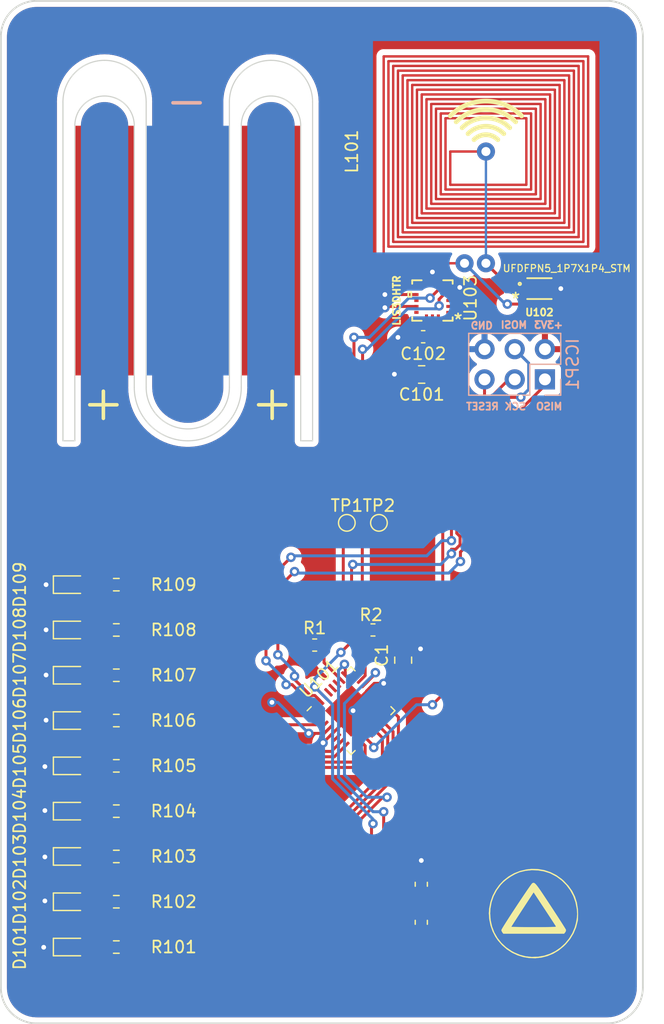
<source format=kicad_pcb>
(kicad_pcb (version 20210722) (generator pcbnew)
  (layers (0 "F.Cu" signal) (31 "B.Cu" signal) (34 "B.Paste" user) (35 "F.Paste" user) (36 "B.SilkS" user "B.Silkscreen") (37 "F.SilkS" user "F.Silkscreen") (38 "B.Mask" user) (39 "F.Mask" user) (44 "Edge.Cuts" user))
  (net 0 "")
  (net 1 "Net-(D101-Pad2)")
  (net 2 "GND")
  (net 3 "/LED_1")
  (net 4 "/LED_2")
  (net 5 "/LED_3")
  (net 6 "/LED_4")
  (net 7 "/LED_5")
  (net 8 "/LED_6")
  (net 9 "/LED_7")
  (net 10 "/LED_8")
  (net 11 "/SCK")
  (net 12 "/RESET")
  (net 13 "+3V3")
  (net 14 "/MOSI")
  (net 15 "/MISO")
  (net 16 "/SDA")
  (net 17 "/SCL")
  (net 18 "/LED_0")
  (net 19 "/TOUCH_RECEIVE")
  (net 20 "Net-(D102-Pad2)")
  (net 21 "Net-(D103-Pad2)")
  (net 22 "Net-(D104-Pad2)")
  (net 23 "Net-(D105-Pad2)")
  (net 24 "Net-(D106-Pad2)")
  (net 25 "Net-(D107-Pad2)")
  (net 26 "Net-(D108-Pad2)")
  (net 27 "Net-(D109-Pad2)")
  (net 41 "Net-(L101-Pad2)")
  (net 50 "Net-(L101-Pad1)")
  (footprint "CustomFootprints:CR2016VP" (layer "F.Cu") (at 200.32 73.5 90)
    (fp_text reference "BT1")
    (fp_text value "CR-2016")
  )
  (footprint "Capacitor_SMD:C_0805_2012Metric" (layer "F.Cu") (at 218.44 107.95 90)
    (fp_text reference "C1")
    (fp_text value "10uF")
  )
  (footprint "Resistor_SMD:R_0603_1608Metric" (layer "F.Cu") (at 219.964 130 -90)
    (fp_text reference "R3" hide)
    (fp_text value "976k")
  )
  (footprint "Resistor_SMD:R_0603_1608Metric" (layer "F.Cu") (at 210.995761 106.68)
    (fp_text reference "R1")
    (fp_text value "10k")
  )
  (footprint "Resistor_SMD:R_0603_1608Metric" (layer "F.Cu") (at 215.9 105.41 180)
    (fp_text reference "R2")
    (fp_text value "10k")
  )
  (footprint "CustomFootprints:CAP_TOUCH" (layer "F.Cu") (at 229.4 129.2625)
    (fp_text reference "BTN1")
    (fp_text value "Cap Sense")
  )
  (footprint "CustomFootprints:button_v1" (layer "F.Cu") (at 229.4 129.2625 90)
    (fp_text reference "")
    (fp_text value "")
  )
  (footprint "Capacitor_SMD:C_0603_1608Metric" (layer "F.Cu") (at 219.964 126.8 90)
    (fp_text reference "C2" hide)
    (fp_text value "22pf")
  )
  (footprint "TestPoint:TestPoint_Pad_D1.0mm" (layer "F.Cu") (at 213.7 96.4)
    (fp_text reference "TP1")
    (fp_text value "TestPoint")
  )
  (footprint "TestPoint:TestPoint_Pad_D1.0mm" (layer "F.Cu") (at 216.4 96.4)
    (fp_text reference "TP2")
    (fp_text value "TestPoint")
  )
  (footprint "LED_SMD:LED_0603_1608Metric" (layer "F.Cu") (at 190.5 113.03)
    (fp_text reference "D106")
    (fp_text value "LED")
  )
  (footprint "CustomFootprints:ST25TA02KB-DC6H5" (layer "F.Cu") (at 229.9 76.7)
    (fp_text reference "U102")
    (fp_text value "UFDFPN5_1P7X1P4_STM")
  )
  (footprint "LED_SMD:LED_0603_1608Metric" (layer "F.Cu") (at 190.5 116.84)
    (fp_text reference "D105")
    (fp_text value "LED")
  )
  (footprint "Resistor_SMD:R_0603_1608Metric" (layer "F.Cu") (at 194.31 132.08 180)
    (fp_text reference "R101")
    (fp_text value "240R")
  )
  (footprint "LED_SMD:LED_0603_1608Metric" (layer "F.Cu") (at 190.5 124.46)
    (fp_text reference "D103")
    (fp_text value "LED")
  )
  (footprint "Resistor_SMD:R_0603_1608Metric" (layer "F.Cu") (at 194.31 109.22 180)
    (fp_text reference "R107")
    (fp_text value "240R")
  )
  (footprint "LED_SMD:LED_0603_1608Metric" (layer "F.Cu") (at 190.5 101.6)
    (fp_text reference "D109")
    (fp_text value "LED")
  )
  (footprint "Capacitor_SMD:C_0805_2012Metric" (layer "F.Cu") (at 219.995 83.923 180)
    (fp_text reference "C101")
    (fp_text value "10uF")
  )
  (footprint "Capacitor_SMD:C_0603_1608Metric" (layer "F.Cu") (at 220.122 80.748 180)
    (fp_text reference "C102")
    (fp_text value "100nF")
  )
  (footprint "LED_SMD:LED_0603_1608Metric" (layer "F.Cu") (at 190.5 120.65)
    (fp_text reference "D104")
    (fp_text value "LED")
  )
  (footprint "Resistor_SMD:R_0603_1608Metric" (layer "F.Cu") (at 194.31 116.84 180)
    (fp_text reference "R105")
    (fp_text value "240R")
  )
  (footprint "Resistor_SMD:R_0603_1608Metric" (layer "F.Cu") (at 194.31 101.6 180)
    (fp_text reference "R109")
    (fp_text value "240R")
  )
  (footprint "LED_SMD:LED_0603_1608Metric" (layer "F.Cu") (at 190.5 128.27)
    (fp_text reference "D102")
    (fp_text value "LED")
  )
  (footprint "LED_SMD:LED_0603_1608Metric" (layer "F.Cu") (at 190.5 109.22)
    (fp_text reference "D107")
    (fp_text value "LED")
  )
  (footprint "LED_SMD:LED_0603_1608Metric" (layer "F.Cu") (at 190.5 132.08)
    (fp_text reference "D101")
    (fp_text value "LED")
  )
  (footprint "CustomFootprints:Trace_Inductor_2_75uH" (layer "F.Cu") (at 225.4 65.169 90)
    (fp_text reference "L101")
    (fp_text value "2.75uH")
  )
  (footprint "Package_DFN_QFN:QFN-32-1EP_5x5mm_P0.5mm_EP3.1x3.1mm" (layer "F.Cu") (at 214.05664 112.2 45)
    (fp_text reference "U101")
    (fp_text value "ATtiny861A-M")
  )
  (footprint "Resistor_SMD:R_0603_1608Metric" (layer "F.Cu") (at 194.31 124.46 180)
    (fp_text reference "R103")
    (fp_text value "240R")
  )
  (footprint "Resistor_SMD:R_0603_1608Metric" (layer "F.Cu") (at 194.31 120.65 180)
    (fp_text reference "R104")
    (fp_text value "240R")
  )
  (footprint "Resistor_SMD:R_0603_1608Metric" (layer "F.Cu") (at 194.31 128.27 180)
    (fp_text reference "R102")
    (fp_text value "240R")
  )
  (footprint "LED_SMD:LED_0603_1608Metric" (layer "F.Cu") (at 190.5 105.41)
    (fp_text reference "D108")
    (fp_text value "LED")
  )
  (footprint "Resistor_SMD:R_0603_1608Metric" (layer "F.Cu") (at 194.31 113.03 180)
    (fp_text reference "R106")
    (fp_text value "240R")
  )
  (footprint "Resistor_SMD:R_0603_1608Metric" (layer "F.Cu") (at 194.31 105.41 180)
    (fp_text reference "R108")
    (fp_text value "240R")
  )
  (footprint "CustomFootprints:LIS3DHTR" (layer "F.Cu") (at 220.9 77.7 180)
    (fp_text reference "U103")
    (fp_text value "LIS3DHTR")
  )
  (footprint "Connector_PinHeader_2.54mm:PinHeader_2x03_P2.54mm_Vertical" (layer "B.Cu") (at 230.363 84.333 90)
    (fp_text reference "ICSP1")
    (fp_text value "ICSP")
  )
  (gr_arc (start 187.6 55.5) (end 184.6 55.5) (angle 90) (layer "Edge.Cuts") (width 0.15))
  (gr_arc (start 193.32 61) (end 196.82 61) (angle -90) (layer "Edge.Cuts") (width 0.1))
  (gr_arc (start 193.32 63) (end 195.82 63) (angle -180) (layer "Edge.Cuts") (width 0.1))
  (gr_line (start 195.82 85) (end 195.82 63) (layer "Edge.Cuts") (width 0.1))
  (gr_line (start 235.6 52.5) (end 187.6 52.5) (layer "Edge.Cuts") (width 0.15))
  (gr_line (start 196.82 61) (end 196.82 85) (layer "Edge.Cuts") (width 0.1))
  (gr_line (start 184.6 55.5) (end 184.6 135.5) (layer "Edge.Cuts") (width 0.15))
  (gr_line (start 189.82 89.5) (end 189.82 61) (layer "Edge.Cuts") (width 0.1))
  (gr_arc (start 207.32 61) (end 210.82 61) (angle -90) (layer "Edge.Cuts") (width 0.1))
  (gr_arc (start 200.32 85) (end 200.32 89.5) (angle -90) (layer "Edge.Cuts") (width 0.1))
  (gr_line (start 238.6 135.5) (end 238.6 55.5) (layer "Edge.Cuts") (width 0.15))
  (gr_line (start 187.6 138.5) (end 235.6 138.5) (layer "Edge.Cuts") (width 0.15))
  (gr_arc (start 200.32 85) (end 196.82 85) (angle -180) (layer "Edge.Cuts") (width 0.1))
  (gr_line (start 204.82 85) (end 204.82 63) (layer "Edge.Cuts") (width 0.1))
  (gr_line (start 210.82 89.5) (end 210.82 61) (layer "Edge.Cuts") (width 0.1))
  (gr_line (start 203.82 61) (end 203.82 85) (layer "Edge.Cuts") (width 0.1))
  (gr_line (start 209.82 89.5) (end 210.82 89.5) (layer "Edge.Cuts") (width 0.1))
  (gr_arc (start 187.6 135.5) (end 187.6 138.5) (angle 90) (layer "Edge.Cuts") (width 0.15))
  (gr_arc (start 193.32 61) (end 193.32 57.5) (angle -90) (layer "Edge.Cuts") (width 0.1))
  (gr_arc (start 207.32 61) (end 207.32 57.5) (angle -90) (layer "Edge.Cuts") (width 0.1))
  (gr_line (start 209.82 63) (end 209.82 89.5) (layer "Edge.Cuts") (width 0.1))
  (gr_arc (start 200.32 85) (end 195.82 85) (angle -90) (layer "Edge.Cuts") (width 0.1))
  (gr_arc (start 207.32 63) (end 209.82 63) (angle -180) (layer "Edge.Cuts") (width 0.1))
  (gr_arc (start 235.6 55.5) (end 235.6 52.5) (angle 90) (layer "Edge.Cuts") (width 0.15))
  (gr_arc (start 235.6 135.5) (end 235.6 138.5) (angle -90) (layer "Edge.Cuts") (width 0.15))
  (gr_line (start 190.82 63) (end 190.82 89.5) (layer "Edge.Cuts") (width 0.1))
  (gr_line (start 190.82 89.5) (end 189.82 89.5) (layer "Edge.Cuts") (width 0.1))
  (gr_text "-" (at 200.22 61.3 180) (layer "B.SilkS") (effects (font (size 3 3) (thickness 0.3)) (justify mirror)))
  (gr_text "MOSI" (at 226.568 79.756) (layer "B.SilkS") (effects (font (size 0.6 0.6)) (justify right mirror)))
  (gr_text "GND" (at 226.06 79.756 180) (layer "B.SilkS") (effects (font (size 0.6 0.6)) (justify right mirror)))
  (gr_text "SCK" (at 228.854 86.614) (layer "B.SilkS") (effects (font (size 0.6 0.6)) (justify left mirror)))
  (gr_text "MISO" (at 231.902 86.614) (layer "B.SilkS") (effects (font (size 0.6 0.6)) (justify left mirror)))
  (gr_text "RESET" (at 226.568 86.614) (layer "B.SilkS") (effects (font (size 0.6 0.6)) (justify left mirror)))
  (gr_text "+3V3" (at 229.362 79.756) (layer "B.SilkS") (effects (font (size 0.6 0.6)) (justify right mirror)))
  (gr_text "+" (at 193.22 86.7 180) (layer "F.SilkS") (effects (font (size 3 3) (thickness 0.3))))
  (gr_text "+" (at 207.42 86.7 180) (layer "F.SilkS") (effects (font (size 3 3) (thickness 0.3))))
  (segment (start 191.2875 132.08) (end 193.485 132.08) (width 0.25) (layer "F.Cu") (net 1))
  (segment (start 189.7125 132.08) (end 188.22 132.08) (width 0.25) (layer "F.Cu") (net 2))
  (segment (start 189.7125 128.27) (end 188.37 128.27) (width 0.25) (layer "F.Cu") (net 2))
  (segment (start 219.347 80.748) (end 218.052 80.748) (width 0.25) (layer "F.Cu") (net 2))
  (segment (start 215.603436 110.299651) (end 216.003087 109.9) (width 0.25) (layer "F.Cu") (net 2))
  (segment (start 214.05664 112.2) (end 215 111.25664) (width 0.2) (layer "F.Cu") (net 2))
  (segment (start 219.045 83.923) (end 217.723 83.923) (width 0.25) (layer "F.Cu") (net 2))
  (segment (start 219.5538 77.200001) (end 216.900001 77.200001) (width 0.25) (layer "F.Cu") (net 2))
  (segment (start 188.37 128.27) (end 188.3 128.2) (width 0.25) (layer "F.Cu") (net 2))
  (segment (start 214.05664 112.2) (end 214.22504 112.2) (width 0.2) (layer "F.Cu") (net 2))
  (segment (start 188.22 132.08) (end 188.2 132.1) (width 0.25) (layer "F.Cu") (net 2))
  (segment (start 189.7125 109.22) (end 188.42 109.22) (width 0.25) (layer "F.Cu") (net 2))
  (segment (start 229.925021 76.674979) (end 231.674979 76.674979) (width 0.2) (layer "F.Cu") (net 2))
  (segment (start 220.9 76.3538) (end 220.9 75.3) (width 0.25) (layer "F.Cu") (net 2))
  (segment (start 212.499651 114.100349) (end 211.7 114.9) (width 0.25) (layer "F.Cu") (net 2))
  (segment (start 218.44 107.0125) (end 219.8875 107.0125) (width 0.25) (layer "F.Cu") (net 2))
  (segment (start 229.9 76.7) (end 229.925021 76.674979) (width 0.2) (layer "F.Cu") (net 2))
  (segment (start 189.7125 113.03) (end 188.43 113.03) (width 0.25) (layer "F.Cu") (net 2))
  (segment (start 188.34 124.46) (end 188.3 124.5) (width 0.25) (layer "F.Cu") (net 2))
  (segment (start 215 111.25664) (end 215 110.9) (width 0.2) (layer "F.Cu") (net 2))
  (segment (start 219.5538 78.199999) (end 217.000001 78.199999) (width 0.25) (layer "F.Cu") (net 2))
  (segment (start 189.7125 105.41) (end 188.41 105.41) (width 0.25) (layer "F.Cu") (net 2))
  (segment (start 189.7125 124.46) (end 188.34 124.46) (width 0.25) (layer "F.Cu") (net 2))
  (segment (start 189.7125 101.6) (end 188.4 101.6) (width 0.25) (layer "F.Cu") (net 2))
  (segment (start 225.2 81.7) (end 225.36 81.7) (width 0.25) (layer "F.Cu") (net 2))
  (segment (start 212.509844 114.100349) (end 214.05664 112.553553) (width 0.25) (layer "F.Cu") (net 2))
  (segment (start 212.509844 114.100349) (end 212.499651 114.100349) (width 0.25) (layer "F.Cu") (net 2))
  (segment (start 188.36 116.84) (end 188.3 116.9) (width 0.25) (layer "F.Cu") (net 2))
  (segment (start 189.7125 116.84) (end 188.36 116.84) (width 0.25) (layer "F.Cu") (net 2))
  (segment (start 214.05664 112.553553) (end 214.05664 112.2) (width 0.25) (layer "F.Cu") (net 2))
  (segment (start 217.000001 78.199999) (end 216.9 78.3) (width 0.25) (layer "F.Cu") (net 2))
  (segment (start 215 110.9) (end 215.600349 110.299651) (width 0.2) (layer "F.Cu") (net 2))
  (segment (start 188.42 109.22) (end 188.4 109.2) (width 0.25) (layer "F.Cu") (net 2))
  (segment (start 222.2462 76.699999) (end 223.100001 76.699999) (width 0.25) (layer "F.Cu") (net 2))
  (segment (start 188.35 120.65) (end 188.3 120.6) (width 0.25) (layer "F.Cu") (net 2))
  (segment (start 216.900001 77.200001) (end 216.9 77.2) (width 0.25) (layer "F.Cu") (net 2))
  (segment (start 219.964 126.0125) (end 219.964 124.8) (width 0.2) (layer "F.Cu") (net 2))
  (segment (start 188.41 105.41) (end 188.4 105.4) (width 0.25) (layer "F.Cu") (net 2))
  (segment (start 215.600349 110.299651) (end 215.603436 110.299651) (width 0.2) (layer "F.Cu") (net 2))
  (segment (start 188.43 113.03) (end 188.4 113) (width 0.25) (layer "F.Cu") (net 2))
  (segment (start 231.674979 76.674979) (end 231.7 76.7) (width 0.2) (layer "F.Cu") (net 2))
  (segment (start 223.100001 76.699999) (end 223.2 76.6) (width 0.25) (layer "F.Cu") (net 2))
  (segment (start 216.003087 109.9) (end 216.8 109.9) (width 0.25) (layer "F.Cu") (net 2))
  (segment (start 218.052 80.748) (end 218 80.8) (width 0.25) (layer "F.Cu") (net 2))
  (segment (start 219.8875 107.0125) (end 219.9 107) (width 0.25) (layer "F.Cu") (net 2))
  (segment (start 189.7125 120.65) (end 188.35 120.65) (width 0.25) (layer "F.Cu") (net 2))
  (segment (start 217.723 83.923) (end 217.7 83.9) (width 0.25) (layer "F.Cu") (net 2))
  (via (at 188.3 124.5) (size 0.8) (drill 0.4) (layers "F.Cu" "B.Cu") (net 2))
  (via (at 188.2 132.1) (size 0.8) (drill 0.4) (layers "F.Cu" "B.Cu") (net 2))
  (via (at 217.7 83.9) (size 0.8) (drill 0.4) (layers "F.Cu" "B.Cu") (net 2))
  (via (at 220.9 75.3) (size 0.8) (drill 0.4) (layers "F.Cu" "B.Cu") (net 2))
  (via (at 188.4 109.2) (size 0.8) (drill 0.4) (layers "F.Cu" "B.Cu") (net 2))
  (via (at 214.22504 112.2) (size 0.8) (drill 0.4) (layers "F.Cu" "B.Cu") (net 2))
  (via (at 211.7 114.9) (size 0.8) (drill 0.4) (layers "F.Cu" "B.Cu") (net 2))
  (via (at 219.964 124.8) (size 0.8) (drill 0.4) (layers "F.Cu" "B.Cu") (net 2))
  (via (at 188.4 105.4) (size 0.8) (drill 0.4) (layers "F.Cu" "B.Cu") (net 2))
  (via (at 188.3 120.6) (size 0.8) (drill 0.4) (layers "F.Cu" "B.Cu") (net 2))
  (via (at 231.7 76.7) (size 0.8) (drill 0.4) (layers "F.Cu" "B.Cu") (net 2))
  (via (at 188.4 101.6) (size 0.8) (drill 0.4) (layers "F.Cu" "B.Cu") (net 2))
  (via (at 188.3 128.2) (size 0.8) (drill 0.4) (layers "F.Cu" "B.Cu") (net 2))
  (via (at 223.2 76.6) (size 0.8) (drill 0.4) (layers "F.Cu" "B.Cu") (net 2))
  (via (at 218 80.8) (size 0.8) (drill 0.4) (layers "F.Cu" "B.Cu") (net 2))
  (via (at 216.8 109.9) (size 0.8) (drill 0.4) (layers "F.Cu" "B.Cu") (net 2))
  (via (at 188.3 116.9) (size 0.8) (drill 0.4) (layers "F.Cu" "B.Cu") (net 2))
  (via (at 216.9 78.3) (size 0.8) (drill 0.4) (layers "F.Cu" "B.Cu") (net 2))
  (via (at 219.9 107) (size 0.8) (drill 0.4) (layers "F.Cu" "B.Cu") (net 2))
  (via (at 216.9 77.2) (size 0.8) (drill 0.4) (layers "F.Cu" "B.Cu") (net 2))
  (via (at 188.4 113) (size 0.8) (drill 0.4) (layers "F.Cu" "B.Cu") (net 2))
  (segment (start 218.039726 117.496698) (end 207.266424 128.27) (width 0.25) (layer "F.Cu") (net 3))
  (segment (start 218.039726 112.73594) (end 218.039726 117.496698) (width 0.25) (layer "F.Cu") (net 3))
  (segment (start 207.266424 128.27) (end 195.135 128.27) (width 0.25) (layer "F.Cu") (net 3))
  (segment (start 217.01765 111.713864) (end 218.039726 112.73594) (width 0.25) (layer "F.Cu") (net 3))
  (segment (start 217.589706 113.965299) (end 217.589706 117.310294) (width 0.25) (layer "F.Cu") (net 4))
  (segment (start 216.664096 113.039689) (end 217.589706 113.965299) (width 0.25) (layer "F.Cu") (net 4))
  (segment (start 210.44 124.46) (end 195.135 124.46) (width 0.25) (layer "F.Cu") (net 4))
  (segment (start 217.589706 117.310294) (end 210.44 124.46) (width 0.25) (layer "F.Cu") (net 4))
  (segment (start 213.613576 120.65) (end 195.135 120.65) (width 0.25) (layer "F.Cu") (net 5))
  (segment (start 217.139686 117.12389) (end 213.613576 120.65) (width 0.25) (layer "F.Cu") (net 5))
  (segment (start 217.139686 114.222386) (end 217.139686 117.12389) (width 0.25) (layer "F.Cu") (net 5))
  (segment (start 216.310543 113.393243) (end 217.139686 114.222386) (width 0.25) (layer "F.Cu") (net 5))
  (segment (start 195.270071 116.975071) (end 216.424929 116.975071) (width 0.25) (layer "F.Cu") (net 6))
  (segment (start 216.689666 116.710334) (end 216.689666 114.479473) (width 0.25) (layer "F.Cu") (net 6))
  (segment (start 216.424929 116.975071) (end 216.689666 116.710334) (width 0.25) (layer "F.Cu") (net 6))
  (segment (start 195.135 116.84) (end 195.270071 116.975071) (width 0.25) (layer "F.Cu") (net 6))
  (segment (start 216.689666 114.479473) (end 215.956989 113.746796) (width 0.25) (layer "F.Cu") (net 6))
  (segment (start 198.630051 116.525051) (end 195.135 113.03) (width 0.25) (layer "F.Cu") (net 7))
  (segment (start 214.896329 114.807456) (end 215.239655 115.150782) (width 0.25) (layer "F.Cu") (net 7))
  (segment (start 214.774949 116.525051) (end 198.630051 116.525051) (width 0.25) (layer "F.Cu") (net 7))
  (segment (start 215.239655 116.060345) (end 214.774949 116.525051) (width 0.25) (layer "F.Cu") (net 7))
  (segment (start 215.239655 115.150782) (end 215.239655 116.060345) (width 0.25) (layer "F.Cu") (net 7))
  (segment (start 213.570504 115.16101) (end 212.656483 116.075031) (width 0.25) (layer "F.Cu") (net 8))
  (segment (start 212.656483 116.075031) (end 201.990031 116.075031) (width 0.25) (layer "F.Cu") (net 8))
  (segment (start 201.990031 116.075031) (end 195.135 109.22) (width 0.25) (layer "F.Cu") (net 8))
  (segment (start 212.399396 115.625011) (end 205.350011 115.625011) (width 0.25) (layer "F.Cu") (net 9))
  (segment (start 205.350011 115.625011) (end 195.135 105.41) (width 0.25) (layer "F.Cu") (net 9))
  (segment (start 213.216951 114.807456) (end 212.399396 115.625011) (width 0.25) (layer "F.Cu") (net 9))
  (segment (start 195.135 101.6) (end 206.918015 113.383015) (width 0.25) (layer "F.Cu") (net 10))
  (segment (start 211.105858 113.383015) (end 211.449184 113.039689) (width 0.25) (layer "F.Cu") (net 10))
  (segment (start 206.918015 113.383015) (end 211.105858 113.383015) (width 0.25) (layer "F.Cu") (net 10))
  (segment (start 209.097668 110.007109) (end 208.592891 110.007109) (width 0.25) (layer "F.Cu") (net 11))
  (segment (start 210.804423 111.713864) (end 209.390559 110.3) (width 0.25) (layer "F.Cu") (net 11))
  (segment (start 225.806 86.494) (end 225.806 85.852) (width 0.25) (layer "F.Cu") (net 11))
  (segment (start 227.325 84.333) (end 227.823 84.333) (width 0.25) (layer "F.Cu") (net 11))
  (segment (start 227.9 85) (end 227.9 84.24) (width 0.25) (layer "F.Cu") (net 11))
  (segment (start 222.5 89.8) (end 225.806 86.494) (width 0.25) (layer "F.Cu") (net 11))
  (segment (start 209.390559 110.3) (end 209.097668 110.007109) (width 0.25) (layer "F.Cu") (net 11))
  (segment (start 211.09563 111.713864) (end 210.804423 111.713864) (width 0.25) (layer "F.Cu") (net 11))
  (segment (start 206.9 101.4) (end 209 99.3) (width 0.25) (layer "F.Cu") (net 11))
  (segment (start 222.5 97.9) (end 222.5 89.8) (width 0.25) (layer "F.Cu") (net 11))
  (segment (start 206.9 108) (end 206.9 101.4) (width 0.25) (layer "F.Cu") (net 11))
  (segment (start 225.806 85.852) (end 227.325 84.333) (width 0.25) (layer "F.Cu") (net 11))
  (via (at 209 99.3) (size 0.8) (drill 0.4) (layers "F.Cu" "B.Cu") (net 11))
  (via (at 206.9 108) (size 0.8) (drill 0.4) (layers "F.Cu" "B.Cu") (net 11))
  (via (at 222.5 97.9) (size 0.8) (drill 0.4) (layers "F.Cu" "B.Cu") (net 11))
  (via (at 208.592891 110.007109) (size 0.8) (drill 0.4) (layers "F.Cu" "B.Cu") (net 11))
  (segment (start 220.7 98.9) (end 221.7 97.9) (width 0.25) (layer "B.Cu") (net 11))
  (segment (start 209 99.3) (end 209.125011 99.174989) (width 0.25) (layer "B.Cu") (net 11))
  (segment (start 221.7 97.9) (end 222.5 97.9) (width 0.25) (layer "B.Cu") (net 11))
  (segment (start 208.592891 110.007109) (end 208.592891 109.692891) (width 0.25) (layer "B.Cu") (net 11))
  (segment (start 209.125011 99.174989) (end 220.425011 99.174989) (width 0.25) (layer "B.Cu") (net 11))
  (segment (start 208.592891 109.692891) (end 206.9 108) (width 0.25) (layer "B.Cu") (net 11))
  (segment (start 220.425011 99.174989) (end 220.7 98.9) (width 0.25) (layer "B.Cu") (net 11))
  (segment (start 221.77002 110.82998) (end 221.77002 89.82998) (width 0.25) (layer "F.Cu") (net 12))
  (segment (start 215.249883 114.453903) (end 215.964655 115.168675) (width 0.25) (layer "F.Cu") (net 12))
  (segment (start 225.283 86.317) (end 225.283 84.333) (width 0.25) (layer "F.Cu") (net 12))
  (segment (start 221.77002 89.82998) (end 225.283 86.317) (width 0.25) (layer "F.Cu") (net 12))
  (segment (start 215.964655 115.168675) (end 215.964655 115.3) (width 0.25) (layer "F.Cu") (net 12))
  (segment (start 220.9 111.7) (end 221.77002 110.82998) (width 0.25) (layer "F.Cu") (net 12))
  (via (at 220.9 111.7) (size 0.8) (drill 0.4) (layers "F.Cu" "B.Cu") (net 12))
  (via (at 215.964655 115.3) (size 0.8) (drill 0.4) (layers "F.Cu" "B.Cu") (net 12))
  (segment (start 219.564655 111.7) (end 220.9 111.7) (width 0.25) (layer "B.Cu") (net 12))
  (segment (start 215.964655 115.3) (end 219.564655 111.7) (width 0.25) (layer "B.Cu") (net 12))
  (segment (start 212.156291 113.746796) (end 211.795072 114.108015) (width 0.25) (layer "F.Cu") (net 13))
  (segment (start 214.752012 76.247988) (end 211.8 79.2) (width 0.25) (layer "F.Cu") (net 13))
  (segment (start 220.400001 76.3538) (end 220.294189 76.247988) (width 0.25) (layer "F.Cu") (net 13))
  (segment (start 211.795072 114.108015) (end 210.5 114.108015) (width 0.25) (layer "F.Cu") (net 13))
  (segment (start 207.32 88.22) (end 207.32 73.5) (width 0.25) (layer "F.Cu") (net 13))
  (segment (start 218.44 109.584407) (end 218.44 108.8875) (width 0.25) (layer "F.Cu") (net 13))
  (segment (start 222.2462 79.3988) (end 220.897 80.748) (width 0.25) (layer "F.Cu") (net 13))
  (segment (start 207.4 109.488261) (end 210.208261 106.68) (width 0.25) (layer "F.Cu") (net 13))
  (segment (start 209.3 90.2) (end 207.32 88.22) (width 0.25) (layer "F.Cu") (net 13))
  (segment (start 220.294189 76.247988) (end 214.752012 76.247988) (width 0.25) (layer "F.Cu") (net 13))
  (segment (start 211.8 90.2) (end 209.3 90.2) (width 0.25) (layer "F.Cu") (net 13))
  (segment (start 211.8 79.2) (end 211.8 90.2) (width 0.25) (layer "F.Cu") (net 13))
  (segment (start 222.2462 78.700001) (end 222.2462 79.3988) (width 0.25) (layer "F.Cu") (net 13))
  (segment (start 216.664096 111.360311) (end 218.44 109.584407) (width 0.25) (layer "F.Cu") (net 13))
  (segment (start 220.400001 79.0462) (end 220.400001 80.251001) (width 0.25) (layer "F.Cu") (net 13))
  (segment (start 207.4 111.5) (end 207.4 109.488261) (width 0.25) (layer "F.Cu") (net 13))
  (segment (start 220.400001 80.251001) (end 220.897 80.748) (width 0.25) (layer "F.Cu") (net 13))
  (via (at 207.4 111.5) (size 0.8) (drill 0.4) (layers "F.Cu" "B.Cu") (net 13))
  (via (at 210.5 114.108015) (size 0.8) (drill 0.4) (layers "F.Cu" "B.Cu") (net 13))
  (segment (start 207.891985 111.5) (end 210.5 114.108015) (width 0.25) (layer "B.Cu") (net 13))
  (segment (start 207.4 111.5) (end 207.891985 111.5) (width 0.25) (layer "B.Cu") (net 13))
  (segment (start 222.848006 98.625011) (end 223.225011 98.248006) (width 0.25) (layer "F.Cu") (net 14))
  (segment (start 215.775 126.5985) (end 219.964 130.7875) (width 0.25) (layer "F.Cu") (net 14))
  (segment (start 228.32542 85.84998) (end 228.3347 85.8407) (width 0.25) (layer "F.Cu") (net 14))
  (segment (start 215.9 121.7) (end 215.775 121.825) (width 0.25) (layer "F.Cu") (net 14))
  (segment (start 215.775 121.825) (end 215.775 126.5985) (width 0.25) (layer "F.Cu") (net 14))
  (segment (start 223.225011 98.248006) (end 223.225011 97.551994) (width 0.25) (layer "F.Cu") (net 14))
  (segment (start 214.1 106.4) (end 214.1 100) (width 0.25) (layer "F.Cu") (net 14))
  (segment (start 222.95002 97.277003) (end 222.95002 89.985698) (width 0.25) (layer "F.Cu") (net 14))
  (segment (start 214.1 100) (end 214.2 99.9) (width 0.25) (layer "F.Cu") (net 14))
  (segment (start 223.225011 97.551994) (end 222.95002 97.277003) (width 0.25) (layer "F.Cu") (net 14))
  (segment (start 222.49502 99) (end 222.49502 98.625011) (width 0.25) (layer "F.Cu") (net 14))
  (segment (start 222.95002 89.985698) (end 226.25552 86.680198) (width 0.25) (layer "F.Cu") (net 14))
  (segment (start 226.25552 86.038198) (end 226.443738 85.84998) (width 0.25) (layer "F.Cu") (net 14))
  (segment (start 226.443738 85.84998) (end 228.32542 85.84998) (width 0.25) (layer "F.Cu") (net 14))
  (segment (start 222.49502 98.625011) (end 222.848006 98.625011) (width 0.25) (layer "F.Cu") (net 14))
  (segment (start 211 110.20402) (end 211.802737 111.006757) (width 0.25) (layer "F.Cu") (net 14))
  (segment (start 226.25552 86.680198) (end 226.25552 86.038198) (width 0.25) (layer "F.Cu") (net 14))
  (segment (start 211 110.2) (end 211 110.20402) (width 0.25) (layer "F.Cu") (net 14))
  (segment (start 213.2 107.3) (end 214.1 106.4) (width 0.25) (layer "F.Cu") (net 14))
  (via (at 215.9 121.7) (size 0.8) (drill 0.4) (layers "F.Cu" "B.Cu") (net 14))
  (via (at 211 110.2) (size 0.8) (drill 0.4) (layers "F.Cu" "B.Cu") (net 14))
  (via (at 213.2 107.3) (size 0.8) (drill 0.4) (layers "F.Cu" "B.Cu") (net 14))
  (via (at 228.3347 85.8407) (size 0.8) (drill 0.4) (layers "F.Cu" "B.Cu") (net 14))
  (via (at 222.49502 99) (size 0.8) (drill 0.4) (layers "F.Cu" "B.Cu") (net 14))
  (via (at 214.2 99.9) (size 0.8) (drill 0.4) (layers "F.Cu" "B.Cu") (net 14))
  (segment (start 212.5 111.7) (end 211 110.2) (width 0.25) (layer "B.Cu") (net 14))
  (segment (start 214.2 99.9) (end 221.59502 99.9) (width 0.25) (layer "B.Cu") (net 14))
  (segment (start 215.9 121.7) (end 215.9 121.325) (width 0.25) (layer "B.Cu") (net 14))
  (segment (start 211 110.2) (end 211 109.5) (width 0.25) (layer "B.Cu") (net 14))
  (segment (start 228.997511 85.177889) (end 228.997511 82.967511) (width 0.25) (layer "B.Cu") (net 14))
  (segment (start 212.5 117.925) (end 212.5 111.7) (width 0.25) (layer "B.Cu") (net 14))
  (segment (start 228.997511 82.967511) (end 227.823 81.793) (width 0.25) (layer "B.Cu") (net 14))
  (segment (start 215.9 121.325) (end 212.5 117.925) (width 0.25) (layer "B.Cu") (net 14))
  (segment (start 228.3347 85.8407) (end 228.997511 85.177889) (width 0.25) (layer "B.Cu") (net 14))
  (segment (start 211 109.5) (end 213.2 107.3) (width 0.25) (layer "B.Cu") (net 14))
  (segment (start 221.59502 99.9) (end 222.49502 99) (width 0.25) (layer "B.Cu") (net 14))
  (segment (start 211.449184 111.360311) (end 211.013884 110.925011) (width 0.25) (layer "F.Cu") (net 15))
  (segment (start 223.40004 97.090599) (end 223.40004 90.19996) (width 0.25) (layer "F.Cu") (net 15))
  (segment (start 211.013884 110.925011) (end 210.651994 110.925011) (width 0.25) (layer "F.Cu") (net 15))
  (segment (start 223.675031 98.43441) (end 223.675031 97.36559) (width 0.25) (layer "F.Cu") (net 15))
  (segment (start 209.3 109.573017) (end 209.3 109.3) (width 0.25) (layer "F.Cu") (net 15))
  (segment (start 230.363 84.837) (end 230.363 84.333) (width 0.25) (layer "F.Cu") (net 15))
  (segment (start 210.651994 110.925011) (end 209.3 109.573017) (width 0.25) (layer "F.Cu") (net 15))
  (segment (start 207.9 101.9) (end 209.3 100.5) (width 0.25) (layer "F.Cu") (net 15))
  (segment (start 223.40004 90.19996) (end 226.478 87.122) (width 0.25) (layer "F.Cu") (net 15))
  (segment (start 223.256552 98.852889) (end 223.675031 98.43441) (width 0.25) (layer "F.Cu") (net 15))
  (segment (start 226.478 87.122) (end 228.078 87.122) (width 0.25) (layer "F.Cu") (net 15))
  (segment (start 223.256552 99.648131) (end 223.256552 98.852889) (width 0.25) (layer "F.Cu") (net 15))
  (segment (start 228.078 87.122) (end 230.363 84.837) (width 0.25) (layer "F.Cu") (net 15))
  (segment (start 207.9 107.5) (end 207.9 101.9) (width 0.25) (layer "F.Cu") (net 15))
  (segment (start 223.675031 97.36559) (end 223.40004 97.090599) (width 0.25) (layer "F.Cu") (net 15))
  (via (at 223.256552 99.648131) (size 0.8) (drill 0.4) (layers "F.Cu" "B.Cu") (net 15))
  (via (at 209.3 100.5) (size 0.8) (drill 0.4) (layers "F.Cu" "B.Cu") (net 15))
  (via (at 209.3 109.3) (size 0.8) (drill 0.4) (layers "F.Cu" "B.Cu") (net 15))
  (via (at 207.9 107.5) (size 0.8) (drill 0.4) (layers "F.Cu" "B.Cu") (net 15))
  (segment (start 209.3 109.3) (end 209.3 108.9) (width 0.25) (layer "B.Cu") (net 15))
  (segment (start 209.425011 100.625011) (end 222.279672 100.625011) (width 0.25) (layer "B.Cu") (net 15))
  (segment (start 209.3 108.9) (end 207.9 107.5) (width 0.25) (layer "B.Cu") (net 15))
  (segment (start 222.279672 100.625011) (end 223.256552 99.648131) (width 0.25) (layer "B.Cu") (net 15))
  (segment (start 209.3 100.5) (end 209.425011 100.625011) (width 0.25) (layer "B.Cu") (net 15))
  (segment (start 221.399999 76.800001) (end 220.7 77.5) (width 0.25) (layer "F.Cu") (net 16))
  (segment (start 211.783261 106.68) (end 213.4 105.063261) (width 0.25) (layer "F.Cu") (net 16))
  (segment (start 211.783261 108.158854) (end 213.216951 109.592544) (width 0.25) (layer "F.Cu") (net 16))
  (segment (start 211.783261 106.68) (end 211.783261 108.158854) (width 0.25) (layer "F.Cu") (net 16))
  (segment (start 221.399999 76.3538) (end 221.399999 76.800001) (width 0.25) (layer "F.Cu") (net 16))
  (segment (start 214.3 80.8) (end 214.3 95.8) (width 0.25) (layer "F.Cu") (net 16))
  (segment (start 214.3 95.8) (end 213.7 96.4) (width 0.25) (layer "F.Cu") (net 16))
  (segment (start 213.4 96.7) (end 213.7 96.4) (width 0.25) (layer "F.Cu") (net 16))
  (segment (start 213.4 105.063261) (end 213.4 96.7) (width 0.25) (layer "F.Cu") (net 16))
  (via (at 220.7 77.5) (size 0.8) (drill 0.4) (layers "F.Cu" "B.Cu") (net 16))
  (via (at 214.3 80.8) (size 0.8) (drill 0.4) (layers "F.Cu" "B.Cu") (net 16))
  (segment (start 218.9 77.5) (end 215.6 80.8) (width 0.25) (layer "B.Cu") (net 16))
  (segment (start 215.6 80.8) (end 214.3 80.8) (width 0.25) (layer "B.Cu") (net 16))
  (segment (start 220.7 77.5) (end 218.9 77.5) (width 0.25) (layer "B.Cu") (net 16))
  (segment (start 215.239655 105.537155) (end 215.1125 105.41) (width 0.25) (layer "F.Cu") (net 17))
  (segment (start 221.856379 77.200001) (end 222.2462 77.200001) (width 0.25) (layer "F.Cu") (net 17))
  (segment (start 215.1125 105.41) (end 215 105.2975) (width 0.25) (layer "F.Cu") (net 17))
  (segment (start 215 105.2975) (end 215 97.8) (width 0.25) (layer "F.Cu") (net 17))
  (segment (start 214.896329 109.592544) (end 215.239655 109.249218) (width 0.25) (layer "F.Cu") (net 17))
  (segment (start 215 97.8) (end 216.4 96.4) (width 0.25) (layer "F.Cu") (net 17))
  (segment (start 216.4 96.4) (end 215.025 95.025) (width 0.25) (layer "F.Cu") (net 17))
  (segment (start 221.459258 77.597122) (end 221.856379 77.200001) (width 0.25) (layer "F.Cu") (net 17))
  (segment (start 215.239655 109.249218) (end 215.239655 105.537155) (width 0.25) (layer "F.Cu") (net 17))
  (segment (start 221.459258 78.150793) (end 221.459258 77.597122) (width 0.25) (layer "F.Cu") (net 17))
  (segment (start 215.025 95.025) (end 215.025 81.8) (width 0.25) (layer "F.Cu") (net 17))
  (via (at 221.459258 78.150793) (size 0.8) (drill 0.4) (layers "F.Cu" "B.Cu") (net 17))
  (via (at 215.025 81.8) (size 0.8) (drill 0.4) (layers "F.Cu" "B.Cu") (net 17))
  (segment (start 215.025 81.8) (end 215.4 81.8) (width 0.25) (layer "B.Cu") (net 17))
  (segment (start 218.8 78.4) (end 219.3 78.4) (width 0.25) (layer "B.Cu") (net 17))
  (segment (start 221.210051 78.4) (end 221.459258 78.150793) (width 0.25) (layer "B.Cu") (net 17))
  (segment (start 216.9 80.3) (end 218.8 78.4) (width 0.25) (layer "B.Cu") (net 17))
  (segment (start 215.4 81.8) (end 216.9 80.3) (width 0.25) (layer "B.Cu") (net 17))
  (segment (start 219.3 78.4) (end 221.210051 78.4) (width 0.25) (layer "B.Cu") (net 17))
  (segment (start 204.12 132.08) (end 195.135 132.08) (width 0.25) (layer "F.Cu") (net 18))
  (segment (start 215.249883 109.946097) (end 216.1 109.09598) (width 0.25) (layer "F.Cu") (net 18))
  (segment (start 217.080865 119.480865) (end 216.719135 119.480865) (width 0.25) (layer "F.Cu") (net 18))
  (segment (start 216.719135 119.480865) (end 204.12 132.08) (width 0.25) (layer "F.Cu") (net 18))
  (segment (start 216.1 109.09598) (end 216.1 109) (width 0.25) (layer "F.Cu") (net 18))
  (via (at 217.080865 119.480865) (size 0.8) (drill 0.4) (layers "F.Cu" "B.Cu") (net 18))
  (via (at 216.1 109) (size 0.8) (drill 0.4) (layers "F.Cu" "B.Cu") (net 18))
  (segment (start 213.50004 111.59996) (end 213.50004 117.60004) (width 0.25) (layer "B.Cu") (net 18))
  (segment (start 215.380865 119.480865) (end 217.080865 119.480865) (width 0.25) (layer "B.Cu") (net 18))
  (segment (start 216.1 109) (end 213.50004 111.59996) (width 0.25) (layer "B.Cu") (net 18))
  (segment (start 213.50004 117.60004) (end 215.380865 119.480865) (width 0.25) (layer "B.Cu") (net 18))
  (segment (start 229.35 129.2125) (end 229.4 129.2625) (width 0.25) (layer "F.Cu") (net 19))
  (segment (start 219.964 129.2125) (end 219.964 127.5875) (width 0.25) (layer "F.Cu") (net 19))
  (segment (start 213.570504 108.370504) (end 213.5 108.3) (width 0.25) (layer "F.Cu") (net 19))
  (segment (start 216.8 124.4235) (end 219.964 127.5875) (width 0.25) (layer "F.Cu") (net 19))
  (segment (start 216.8 120.7) (end 216.8 124.4235) (width 0.25) (layer "F.Cu") (net 19))
  (segment (start 219.964 129.2125) (end 229.35 129.2125) (width 0.25) (layer "F.Cu") (net 19))
  (segment (start 213.570504 109.23899) (end 213.570504 108.370504) (width 0.25) (layer "F.Cu") (net 19))
  (via (at 216.8 120.7) (size 0.8) (drill 0.4) (layers "F.Cu" "B.Cu") (net 19))
  (via (at 213.5 108.3) (size 0.8) (drill 0.4) (layers "F.Cu" "B.Cu") (net 19))
  (segment (start 213 117.788576) (end 213 108.8) (width 0.25) (layer "B.Cu") (net 19))
  (segment (start 213 108.8) (end 213.5 108.3) (width 0.25) (layer "B.Cu") (net 19))
  (segment (start 216.8 120.7) (end 215.911424 120.7) (width 0.25) (layer "B.Cu") (net 19))
  (segment (start 215.911424 120.7) (end 213 117.788576) (width 0.25) (layer "B.Cu") (net 19))
  (segment (start 191.2875 128.27) (end 193.485 128.27) (width 0.25) (layer "F.Cu") (net 20))
  (segment (start 191.2875 124.46) (end 193.485 124.46) (width 0.25) (layer "F.Cu") (net 21))
  (segment (start 191.2875 120.65) (end 193.485 120.65) (width 0.25) (layer "F.Cu") (net 22))
  (segment (start 191.2875 116.84) (end 193.485 116.84) (width 0.25) (layer "F.Cu") (net 23))
  (segment (start 191.2875 113.03) (end 193.485 113.03) (width 0.25) (layer "F.Cu") (net 24))
  (segment (start 191.2875 109.22) (end 193.485 109.22) (width 0.25) (layer "F.Cu") (net 25))
  (segment (start 191.2875 105.41) (end 193.485 105.41) (width 0.25) (layer "F.Cu") (net 26))
  (segment (start 191.2875 101.6) (end 193.485 101.6) (width 0.25) (layer "F.Cu") (net 27))
  (segment (start 229.495299 78) (end 227.2 78) (width 0.25) (layer "F.Cu") (net 41))
  (segment (start 230.3953 77.099999) (end 229.495299 78) (width 0.25) (layer "F.Cu") (net 41))
  (via (at 227.2 78) (size 0.8) (drill 0.4) (layers "F.Cu" "B.Cu") (net 41))
  (segment (start 227.031 78) (end 223.6 74.569) (width 0.25) (layer "B.Cu") (net 41))
  (segment (start 227.2 78) (end 227.031 78) (width 0.25) (layer "B.Cu") (net 41))
  (segment (start 229.004699 77.5) (end 229.4047 77.099999) (width 0.25) (layer "F.Cu") (net 50))
  (segment (start 225.4 74.569) (end 228.331 77.5) (width 0.25) (layer "F.Cu") (net 50))
  (segment (start 228.331 77.5) (end 229.004699 77.5) (width 0.25) (layer "F.Cu") (net 50))
  (zone (net 13) (net_name "+3V3") (layer "F.Cu") (connect_pads (clearance 0.508)) (min_thickness 0.254) (fill yes (thermal_gap 0.508) (thermal_bridge_width 0.508))
    (polygon (pts (xy 238.6 138.5) (xy 184.7 138.5) (xy 184.6 52.5) (xy 238.6 52.5)))
  )
  (zone (net 2) (net_name "GND") (layer "B.Cu") (connect_pads (clearance 0.508)) (min_thickness 0.254) (fill yes (thermal_gap 0.508) (thermal_bridge_width 0.508))
    (polygon (pts (xy 238.6 138.5) (xy 184.7 138.5) (xy 184.6 52.5) (xy 238.6 52.5)))
  )
  (zone (net 0) (net_name "") (layer "B.Cu") (connect_pads (clearance 0)) (min_thickness 0.254)
    (keepout (tracks allowed) (vias allowed) (pads allowed) (copperpour not_allowed) (footprints allowed))
    (fill (thermal_gap 0.508) (thermal_bridge_width 0.508))
    (polygon (pts (xy 234.95 73.66) (xy 215.9 73.66) (xy 215.9 55.88) (xy 234.95 55.88)))
  )
)
</source>
